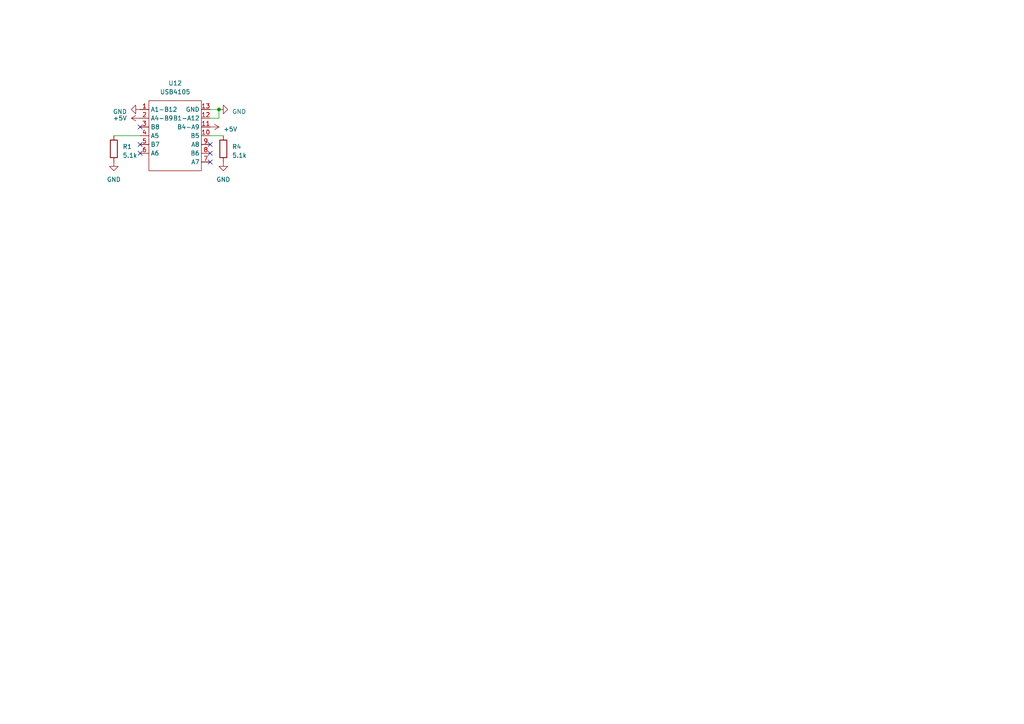
<source format=kicad_sch>
(kicad_sch (version 20230121) (generator eeschema)
  (paper "A4")
  (title_block (title "Power Manegement") (date "2024-03-21") (rev "1") (company "Owen Leishman"))
  (lib_symbols
    (symbol "Device:R" (pin_numbers hide) (pin_names (offset 0))
      (property "Reference" "R" (at 2.032 0 90))
      (property "Value" "R" (at 0 0 90))
      (symbol "R_0_1"
        (rectangle (start -1.016 -2.54) (end 1.016 2.54) (stroke (width 0.254)))
      )
      (symbol "R_1_1"
        (pin passive line (at 0 3.81 270) (length 1.27) (name "~") (number "1"))
        (pin passive line (at 0 -3.81 90) (length 1.27) (name "~") (number "2"))
      )
    )
    (symbol "USBC:USB4105"
      (property "Reference" "U4" (at 0 1.27 0))
      (property "Value" "USB4105" (at 0 -1.27 0))
      (symbol "USB4105_0_1"
        (rectangle (start -7.62 -3.81) (end 7.62 -24.13))
      )
      (symbol "USB4105_1_1"
        (pin passive line (at -10.16 -6.35 0) (length 2.54) (name "A1-B12") (number "1"))
        (pin passive line (at 10.16 -13.97 180) (length 2.54) (name "B5") (number "10"))
        (pin passive line (at 10.16 -11.43 180) (length 2.54) (name "B4-A9") (number "11"))
        (pin passive line (at 10.16 -8.89 180) (length 2.54) (name "B1-A12") (number "12"))
        (pin passive line (at 10.16 -6.35 180) (length 2.54) (name "GND") (number "13"))
        (pin passive line (at -10.16 -8.89 0) (length 2.54) (name "A4-B9") (number "2"))
        (pin passive line (at -10.16 -11.43 0) (length 2.54) (name "B8") (number "3"))
        (pin passive line (at -10.16 -13.97 0) (length 2.54) (name "A5") (number "4"))
        (pin passive line (at -10.16 -16.51 0) (length 2.54) (name "B7") (number "5"))
        (pin passive line (at -10.16 -19.05 0) (length 2.54) (name "A6") (number "6"))
        (pin passive line (at 10.16 -21.59 180) (length 2.54) (name "A7") (number "7"))
        (pin passive line (at 10.16 -19.05 180) (length 2.54) (name "B6") (number "8"))
        (pin passive line (at 10.16 -16.51 180) (length 2.54) (name "A8") (number "9"))
      )
    )
    (symbol "power:+5V" (power) (pin_names (offset 0))
      (property "Value" "+5V" (at 0 3.556 0))
      (symbol "+5V_0_1"
        (polyline (pts (xy -0.762 1.27) (xy 0 2.54)))
        (polyline (pts (xy 0 0) (xy 0 2.54)))
        (polyline (pts (xy 0 2.54) (xy 0.762 1.27)))
      )
      (symbol "+5V_1_1"
        (pin power_in line (at 0 0 90) (length 0) hide (name "+5V") (number "1"))
      )
    )
    (symbol "power:GND" (power) (pin_names (offset 0))
      (property "Value" "GND" (at 0 -3.81 0))
      (symbol "GND_0_1"
        (polyline (pts (xy 0 0) (xy 0 -1.27) (xy 1.27 -1.27) (xy 0 -2.54) (xy -1.27 -1.27) (xy 0 -1.27)))
      )
      (symbol "GND_1_1"
        (pin power_in line (at 0 0 270) (length 0) hide (name "GND") (number "1"))
      )
    )
  )
  (junction (at 63.5 31.75))
  (no_connect (at 40.64 36.83))
  (no_connect (at 60.96 44.45))
  (no_connect (at 40.64 41.91))
  (no_connect (at 40.64 44.45))
  (no_connect (at 60.96 41.91))
  (no_connect (at 60.96 46.99))
  (wire (pts (xy 60.96 31.75) (xy 63.5 31.75)))
  (wire (pts (xy 60.96 39.37) (xy 64.77 39.37)))
  (wire (pts (xy 33.02 39.37) (xy 40.64 39.37)))
  (wire (pts (xy 63.5 34.29) (xy 63.5 31.75)))
  (wire (pts (xy 60.96 34.29) (xy 63.5 34.29)))
  (symbol (lib_id "power:GND") (at 33.02 46.99 0) (unit 1)
    (property "Reference" "#PWR06" (effects hide))
    (property "Value" "GND" (at 33.02 52.07 0))
    (instances (project "ASIC_Implementation_NANO-Fiber" (path "" (reference "#PWR06") (unit 1))) (project "Neural_Interface" (path "" (reference "#PWR012") (unit 1))) (project "ASIC_Implementation_mechanical" (path "" (reference "#PWR060") (unit 1))) (project "RP2040_board" (path "" (reference "#PWR01") (unit 1))))
  )
  (symbol (lib_id "power:GND") (at 63.5 31.75 90) (unit 1)
    (property "Reference" "#PWR013" (effects hide))
    (property "Value" "GND" (at 67.31 32.385 90) (effects (justify right)))
    (instances (project "ASIC_Implementation_NANO-Fiber" (path "" (reference "#PWR013") (unit 1))) (project "Neural_Interface" (path "" (reference "#PWR016") (unit 1))) (project "ASIC_Implementation_mechanical" (path "" (reference "#PWR067") (unit 1))) (project "RP2040_board" (path "" (reference "#PWR01") (unit 1))))
  )
  (symbol (lib_id "power:+5V") (at 60.96 36.83 270) (unit 1)
    (property "Reference" "#PWR012" (effects hide))
    (property "Value" "+5V" (at 64.77 37.465 90) (effects (justify left)))
    (instances (project "ASIC_Implementation_NANO-Fiber" (path "" (reference "#PWR012") (unit 1))) (project "Neural_Interface" (path "" (reference "#PWR015") (unit 1))) (project "ASIC_Implementation_mechanical" (path "" (reference "#PWR066") (unit 1))))
  )
  (symbol (lib_id "power:+5V") (at 40.64 34.29 90) (unit 1)
    (property "Reference" "#PWR08" (effects hide))
    (property "Value" "+5V" (at 36.83 34.29 90) (effects (justify left)))
    (instances (project "ASIC_Implementation_NANO-Fiber" (path "" (reference "#PWR08") (unit 1))) (project "Neural_Interface" (path "" (reference "#PWR014") (unit 1))) (project "ASIC_Implementation_mechanical" (path "" (reference "#PWR062") (unit 1))))
  )
  (symbol (lib_id "Device:R") (at 33.02 43.18 180) (unit 1)
    (property "Reference" "R1" (at 35.56 42.545 0) (effects (justify right)))
    (property "Value" "5.1k" (at 35.56 45.085 0) (effects (justify right)))
    (property "Footprint" "Resistor_SMD:R_0805_2012Metric" (effects hide))
    (instances (project "ASIC_Implementation_NANO-Fiber" (path "" (reference "R1") (unit 1))) (project "Neural_Interface" (path "" (reference "R2") (unit 1))) (project "ASIC_Implementation_mechanical" (path "" (reference "R8") (unit 1))) (project "RP2040_board" (path "" (reference "R1") (unit 1))))
  )
  (symbol (lib_id "power:GND") (at 40.64 31.75 270) (unit 1)
    (property "Reference" "#PWR07" (effects hide))
    (property "Value" "GND" (at 36.83 32.385 90) (effects (justify right)))
    (instances (project "ASIC_Implementation_NANO-Fiber" (path "" (reference "#PWR07") (unit 1))) (project "Neural_Interface" (path "" (reference "#PWR013") (unit 1))) (project "ASIC_Implementation_mechanical" (path "" (reference "#PWR061") (unit 1))) (project "RP2040_board" (path "" (reference "#PWR01") (unit 1))))
  )
  (symbol (lib_id "power:GND") (at 64.77 46.99 0) (unit 1)
    (property "Reference" "#PWR014" (effects hide))
    (property "Value" "GND" (at 64.77 52.07 0))
    (instances (project "ASIC_Implementation_NANO-Fiber" (path "" (reference "#PWR014") (unit 1))) (project "Neural_Interface" (path "" (reference "#PWR017") (unit 1))) (project "ASIC_Implementation_mechanical" (path "" (reference "#PWR068") (unit 1))) (project "RP2040_board" (path "" (reference "#PWR01") (unit 1))))
  )
  (symbol (lib_id "Device:R") (at 64.77 43.18 0) (unit 1)
    (property "Reference" "R4" (at 67.31 42.545 0) (effects (justify left)))
    (property "Value" "5.1k" (at 67.31 45.085 0) (effects (justify left)))
    (property "Footprint" "Resistor_SMD:R_0805_2012Metric" (effects hide))
    (instances (project "ASIC_Implementation_NANO-Fiber" (path "" (reference "R4") (unit 1))) (project "Neural_Interface" (path "" (reference "R3") (unit 1))) (project "ASIC_Implementation_mechanical" (path "" (reference "R11") (unit 1))) (project "RP2040_board" (path "" (reference "R2") (unit 1))))
  )
  (symbol (lib_id "USBC:USB4105") (at 50.8 25.4 0) (unit 1)
    (property "Reference" "U12" (at 50.8 24.13 0))
    (property "Value" "USB4105" (at 50.8 26.67 0))
    (property "Footprint" "ASIC_Implementation_Library:USB4105" (effects hide))
    (property "Datasheet" "https://www.mouser.com/datasheet/2/837/usb4105-2448855.pdf" (effects hide))
    (instances (project "ASIC_Implementation_NANO-Fiber" (path "" (reference "U12") (unit 1))) (project "Neural_Interface" (path "" (reference "U2") (unit 1))) (project "ASIC_Implementation_mechanical" (path "" (reference "U17") (unit 1))) (project "RP2040_board" (path "" (reference "U1") (unit 1))))
  )
)
</source>
